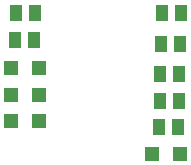
<source format=gbr>
%TF.GenerationSoftware,Altium Limited,Altium Designer,24.10.1 (45)*%
G04 Layer_Color=128*
%FSLAX45Y45*%
%MOMM*%
%TF.SameCoordinates,5161A517-D4F4-47BB-AA9F-3B40E8EE5112*%
%TF.FilePolarity,Positive*%
%TF.FileFunction,Paste,Bot*%
%TF.Part,Single*%
G01*
G75*
%TA.AperFunction,SMDPad,CuDef*%
%ADD18R,1.02000X1.47000*%
%ADD21R,1.15000X1.25000*%
D18*
X4983500Y5600700D02*
D03*
X5143500D02*
D03*
X4987300Y5829300D02*
D03*
X5147300D02*
D03*
X6223000D02*
D03*
X6383000D02*
D03*
X6197600Y4864100D02*
D03*
X6357600D02*
D03*
X6366500Y5308600D02*
D03*
X6206500D02*
D03*
X6379200Y5562600D02*
D03*
X6219200D02*
D03*
X6206500Y5080000D02*
D03*
X6366500D02*
D03*
D21*
X6143600Y4635500D02*
D03*
X6378600D02*
D03*
X4949800Y4914900D02*
D03*
X5184800D02*
D03*
X4949799Y5130800D02*
D03*
X5184800D02*
D03*
X5184800Y5359400D02*
D03*
X4949800D02*
D03*
%TF.MD5,d1623c25522857b8ff1177d0709454d0*%
M02*

</source>
